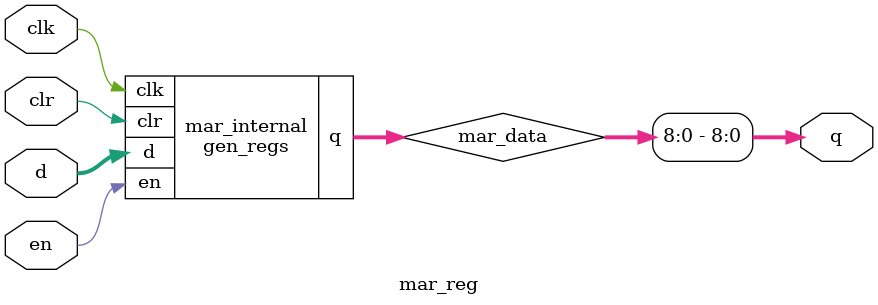
<source format=v>
module gen_regs(output reg [31:0] q, input [31:0] d, input en, clr, clk);

	initial q = 0;
	always @(posedge clk)
	begin
		if(clr)
			q = 0;
		else if (en)
			q = d;
	end
	
endmodule

module pc_reg(output reg [31:0] pc_out, input [31:0] pc_in, input pc_inc, enable, clk);
	
	initial pc_out = 0;
	always @(posedge clk)
	begin
		if(enable && pc_inc)
			pc_out <= pc_out + 1;
			
		//This is for jumping instructions (later issue)
		else if (enable)
			pc_out <= pc_in;
	end
				
endmodule

module mar_reg(output [8:0] q, input wire [31:0] d, input wire en, clr, clk);
	
	wire [31:0] mar_data;
	gen_regs mar_internal(mar_data, d, en, clr, clk);
	assign q = mar_data[8:0];
	
endmodule
</source>
